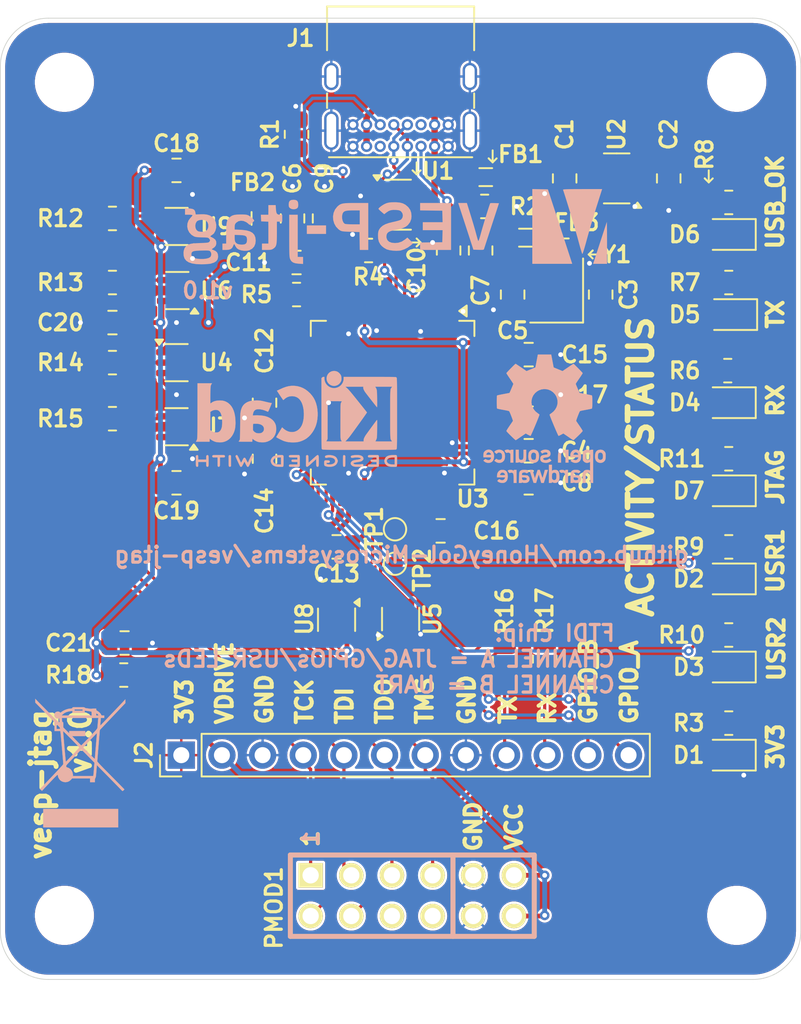
<source format=kicad_pcb>
(kicad_pcb (version 20240108) (generator "pcbnew") (generator_version "8.0")
  (layers (0 "F.Cu" signal) (31 "B.Cu" signal) (34 "B.Paste" user) (35 "F.Paste" user) (36 "B.SilkS" user "B.Silkscreen") (37 "F.SilkS" user "F.Silkscreen") (38 "B.Mask" user) (39 "F.Mask" user) (44 "Edge.Cuts" user))
  (net 0 "")
  (net 1 "+1V8")
  (net 2 "/RX_LED_K")
  (net 3 "/TX_LED_K")
  (net 4 "/USB_LED_K")
  (net 5 "/USB_DP")
  (net 6 "VBUS")
  (net 7 "/USB_CC2")
  (net 8 "/USB_DM")
  (net 9 "Net-(D2-K)")
  (net 10 "/USB_CC1")
  (net 11 "/USB_LED_N")
  (net 12 "/TX_LED_N")
  (net 13 "/RX_LED_N")
  (net 14 "/CTS_N")
  (net 15 "/RTS_N")
  (net 16 "/RXD")
  (net 17 "/TXD")
  (net 18 "/TMS")
  (net 19 "/TDO")
  (net 20 "/TDI")
  (net 21 "/TCK")
  (net 22 "/RESET_N")
  (net 23 "/VPLL")
  (net 24 "/VPHY")
  (net 25 "/OSCO")
  (net 26 "/OSCI")
  (net 27 "+3V3")
  (net 28 "GND")
  (net 29 "Vdrive")
  (net 30 "+5V")
  (net 31 "/TDI_TRGT")
  (net 32 "/TDO_TRGT")
  (net 33 "/TCK_TRGT")
  (net 34 "/TMS_TRGT")
  (net 37 "/USR_LED_1")
  (net 38 "/USR_LED_2")
  (net 39 "/REF")
  (net 40 "/PWR_LED_A")
  (net 41 "/TCK_R")
  (net 42 "/TMS_R")
  (net 43 "/TDO_R")
  (net 44 "/TDI_R")
  (net 45 "/TXD_R")
  (net 46 "/RXD_R")
  (net 47 "/RXD_TRGT")
  (net 48 "/TXD_TRGT")
  (net 49 "/VDRIVE_TRGT")
  (net 50 "/ACT_LED_K")
  (net 51 "/GPIO_B")
  (net 52 "/GPIO_A")
  (net 53 "/ACT_LED_N")
  (net 54 "Net-(D3-K)")
  (footprint "MountingHole:MountingHole_3.2mm_M3" (layer "F.Cu") (at 104 54)
    (property "Reference" "H1" (hide yes))
    (property "Value" "MountingHole" (hide yes))
  )
  (footprint "MountingHole:MountingHole_3.2mm_M3" (layer "F.Cu") (at 146 54)
    (property "Reference" "H3" (hide yes))
    (property "Value" "MountingHole" (hide yes))
  )
  (footprint "Capacitor_SMD:C_0805_2012Metric" (layer "F.Cu") (at 141.75 60 -90)
    (property "Reference" "C2")
    (property "Value" "4u7")
  )
  (footprint "Capacitor_SMD:C_0805_2012Metric" (layer "F.Cu") (at 130 64.5 90)
    (property "Reference" "C7")
    (property "Value" "4u7")
  )
  (footprint "Capacitor_SMD:C_0805_2012Metric" (layer "F.Cu") (at 116.5 77.5 -90)
    (property "Reference" "C14")
    (property "Value" "100nF")
  )
  (footprint "Capacitor_SMD:C_0805_2012Metric" (layer "F.Cu") (at 133 71)
    (property "Reference" "C15")
    (property "Value" "100nF")
  )
  (footprint "Capacitor_SMD:C_0805_2012Metric" (layer "F.Cu") (at 127.5 82)
    (property "Reference" "C16")
    (property "Value" "100nF")
  )
  (footprint "Inductor_SMD:L_0805_2012Metric" (layer "F.Cu") (at 132.8 63.7)
    (property "Reference" "FB3")
    (property "Value" "Ferrite_Bead")
  )
  (footprint "MountingHole:MountingHole_3.2mm_M3" (layer "F.Cu") (at 104 106)
    (property "Reference" "H2" (hide yes))
    (property "Value" "MountingHole" (hide yes))
  )
  (footprint "MountingHole:MountingHole_3.2mm_M3" (layer "F.Cu") (at 146 106)
    (property "Reference" "H4" (hide yes))
    (property "Value" "MountingHole" (hide yes))
  )
  (footprint "Resistor_SMD:R_0805_2012Metric" (layer "F.Cu") (at 130.25 61.75)
    (property "Reference" "R2")
    (property "Value" "5k1")
  )
  (footprint "Fiducial:Fiducial_1mm_Mask2mm" (layer "F.Cu") (at 109 54)
    (property "Reference" "FID1" (hide yes))
    (property "Value" "Fiducial" (hide yes))
  )
  (footprint "Fiducial:Fiducial_1mm_Mask2mm" (layer "F.Cu") (at 146 59)
    (property "Reference" "FID2" (hide yes))
    (property "Value" "Fiducial" (hide yes))
  )
  (footprint "Connector_USB:USB_C_Receptacle_GCT_USB4085" (layer "F.Cu") (at 127.975 58 180)
    (property "Reference" "J1")
    (property "Value" "USB_C_Receptacle_USB2.0" (hide yes))
  )
  (footprint "Resistor_SMD:R_0805_2012Metric" (layer "F.Cu") (at 145.5 61.5 180)
    (property "Reference" "R8")
    (property "Value" "1k")
  )
  (footprint "Package_TO_SOT_SMD:SOT-23-6" (layer "F.Cu") (at 124.844186 61.640324)
    (property "Reference" "U1")
    (property "Value" "SRV05-4" (hide yes))
  )
  (footprint "Capacitor_SMD:C_0805_2012Metric" (layer "F.Cu") (at 116.5 74 -90)
    (property "Reference" "C12")
    (property "Value" "100nF")
  )
  (footprint "Fiducial:Fiducial_1mm_Mask2mm" (layer "F.Cu") (at 146 101)
    (property "Reference" "FID3" (hide yes))
    (property "Value" "Fiducial" (hide yes))
  )
  (footprint "Inductor_SMD:L_0805_2012Metric" (layer "F.Cu") (at 130.319442 59.920605 180)
    (property "Reference" "FB1")
    (property "Value" "Ferrite_Bead")
  )
  (footprint "Resistor_SMD:R_0805_2012Metric" (layer "F.Cu") (at 118.5 57.25 90)
    (property "Reference" "R1")
    (property "Value" "5k1")
  )
  (footprint "Capacitor_SMD:C_0805_2012Metric" (layer "F.Cu") (at 121 83 180)
    (property "Reference" "C13")
    (property "Value" "100nF")
  )
  (footprint "TestPoint:TestPoint_Pad_D1.0mm" (layer "F.Cu") (at 124.65 81.9)
    (property "Reference" "TP1")
    (property "Value" "TestPoint" (hide yes))
  )
  (footprint "TestPoint:TestPoint_Pad_D1.0mm" (layer "F.Cu") (at 124.65 84.05)
    (property "Reference" "TP2")
    (property "Value" "TestPoint" (hide yes))
  )
  (footprint "Crystal:Crystal_SMD_3225-4Pin_3.2x2.5mm" (layer "F.Cu") (at 134.75 67 90)
    (property "Reference" "Y1")
    (property "Value" "Crystal_GND24" (hide yes))
  )
  (footprint "Capacitor_SMD:C_0805_2012Metric" (layer "F.Cu") (at 132 67.25 -90)
    (property "Reference" "C5")
    (property "Value" "27pF")
  )
  (footprint "Resistor_SMD:R_0805_2012Metric" (layer "F.Cu") (at 123 64.5 180)
    (property "Reference" "R4")
    (property "Value" "12k")
  )
  (footprint "Capacitor_SMD:C_0805_2012Metric" (layer "F.Cu") (at 128 64.5 90)
    (property "Reference" "C10")
    (property "Value" "100nF")
  )
  (footprint "Package_QFP:LQFP-64_10x10mm_P0.5mm" (layer "F.Cu") (at 124.5 74 -90)
    (property "Reference" "U3")
    (property "Value" "FT2232HL" (hide yes))
  )
  (footprint "Capacitor_SMD:C_0805_2012Metric" (layer "F.Cu") (at 137.5 67.25 90)
    (property "Reference" "C3")
    (property "Value" "27pF")
  )
  (footprint "Capacitor_SMD:C_0805_2012Metric" (layer "F.Cu") (at 118.5 65.25 180)
    (property "Reference" "C11")
    (property "Value" "100nF")
  )
  (footprint "Resistor_SMD:R_0805_2012Metric" (layer "F.Cu") (at 118.5 67.25 180)
    (property "Reference" "R5")
    (property "Value" "10k")
  )
  (footprint "Capacitor_SMD:C_0805_2012Metric" (layer "F.Cu") (at 120.25 62.5 90)
    (property "Reference" "C9")
    (property "Value" "100nF")
  )
  (footprint "Inductor_SMD:L_0805_2012Metric" (layer "F.Cu") (at 116.25 62.5 90)
    (property "Reference" "FB2")
    (property "Value" "Ferrite_Bead")
  )
  (footprint "Capacitor_SMD:C_0805_2012Metric" (layer "F.Cu") (at 118.25 62.5 90)
    (property "Reference" "C6")
    (property "Value" "4u7")
  )
  (footprint "Capacitor_SMD:C_0805_2012Metric" (layer "F.Cu") (at 133 73.5)
    (property "Reference" "C17")
    (property "Value" "100nF")
  )
  (footprint "Resistor_SMD:R_0805_2012Metric" (layer "F.Cu") (at 145.5 77.5)
    (property "Reference" "R11")
    (property "Value" "1k")
  )
  (footprint "Package_TO_SOT_SMD:SOT-23-3" (layer "F.Cu") (at 138.5 60 180)
    (property "Reference" "U2")
    (property "Value" "XC6206PxxxMR")
  )
  (footprint "Capacitor_SMD:C_0805_2012Metric" (layer "F.Cu") (at 135.25 60 -90)
    (property "Reference" "C1")
    (property "Value" "4u7")
  )
  (footprint "LED_SMD:LED_0805_2012Metric" (layer "F.Cu") (at 145.5 63.5 180)
    (property "Reference" "D6")
    (property "Value" "LED")
  )
  (footprint "Capacitor_SMD:C_0805_2012Metric" (layer "F.Cu") (at 133 79)
    (property "Reference" "C8")
    (property "Value" "4u7")
  )
  (footprint "Resistor_SMD:R_0805_2012Metric" (layer "F.Cu") (at 145.4375 72 180)
    (property "Reference" "R6")
    (property "Value" "1k")
  )
  (footprint "LED_SMD:LED_0805_2012Metric" (layer "F.Cu") (at 145.5 85 180)
    (property "Reference" "D2")
    (property "Value" "LED")
  )
  (footprint "Package_TO_SOT_SMD:SOT-353_SC-70-5" (layer "F.Cu") (at 111.05 67 180)
    (property "Reference" "U6")
    (property "Value" "74LVC1G125")
  )
  (footprint "Resistor_SMD:R_0805_2012Metric" (layer "F.Cu") (at 107 66.5)
    (property "Reference" "R13")
    (property "Value" "100R")
  )
  (footprint "Resistor_SMD:R_0805_2012Metric" (layer "F.Cu") (at 134 90 -90)
    (property "Reference" "R17")
    (property "Value" "100R")
  )
  (footprint "Resistor_SMD:R_0805_2012Metric" (layer "F.Cu") (at 145.5 94 180)
    (property "Reference" "R3")
    (property "Value" "1k")
  )
  (footprint "Capacitor_SMD:C_0805_2012Metric" (layer "F.Cu") (at 133 77)
    (property "Reference" "C4")
    (property "Value" "100nF")
  )
  (footprint "pmod-conn_6x2:pmod_pin_array_6x2" (layer "F.Cu") (at 125.73 104.77 90)
    (property "Reference" "PMOD1")
    (property "Value" "PMOD-Device-x2-Type-1A-GPIO" (hide yes))
  )
  (footprint "Resistor_SMD:R_0805_2012Metric" (layer "F.Cu") (at 107 75)
    (property "Reference" "R15")
    (property "Value" "100R")
  )
  (footprint "LED_SMD:LED_0805_2012Metric" (layer "F.Cu") (at 145.5875 68.5 180)
    (property "Reference" "D5")
    (property "Value" "LED")
  )
  (footprint "Resistor_SMD:R_0805_2012Metric" (layer "F.Cu") (at 145.5 66.5 180)
    (property "Reference" "R7")
    (property "Value" "1k")
  )
  (footprint "Resistor_SMD:R_0805_2012Metric" (layer "F.Cu") (at 107.70625 91 180)
    (property "Reference" "R18")
    (property "Value" "100R")
  )
  (footprint "Capacitor_SMD:C_0805_2012Metric" (layer "F.Cu") (at 111 79)
    (property "Reference" "C19")
    (property "Value" "100nF")
  )
  (footprint "Resistor_SMD:R_0805_2012Metric" (layer "F.Cu") (at 145.5 88.5)
    (property "Reference" "R10")
    (property "Value" "1k")
  )
  (footprint "Package_TO_SOT_SMD:SOT-353_SC-70-5" (layer "F.Cu") (at 111 71.5)
    (property "Reference" "U4")
    (property "Value" "74LVC1G125")
  )
  (footprint "Capacitor_SMD:C_0805_2012Metric" (layer "F.Cu") (at 107 69 180)
    (property "Reference" "C20")
    (property "Value" "100nF")
  )
  (footprint "Capacitor_SMD:C_0805_2012Metric" (layer "F.Cu") (at 111 59.5)
    (property "Reference" "C18")
    (property "Value" "100nF")
  )
  (footprint "Resistor_SMD:R_0805_2012Metric" (layer "F.Cu") (at 145.5 83)
    (property "Reference" "R9")
    (property "Value" "1k")
  )
  (footprint "LED_SMD:LED_0805_2012Metric" (layer "F.Cu") (at 145.5 74 180)
    (property "Reference" "D4")
    (property "Value" "LED")
  )
  (footprint "Resistor_SMD:R_0805_2012Metric" (layer "F.Cu") (at 107 71.5)
    (property "Reference" "R14")
    (property "Value" "100R")
  )
  (footprint "Package_TO_SOT_SMD:SOT-353_SC-70-5" (layer "F.Cu") (at 111 63 180)
    (property "Reference" "U9")
    (property "Value" "74LVC1G125")
  )
  (footprint "LED_SMD:LED_0805_2012Metric" (layer "F.Cu") (at 145.5 96 180)
    (property "Reference" "D1")
    (property "Value" "LED")
  )
  (footprint "Package_TO_SOT_SMD:SOT-353_SC-70-5" (layer "F.Cu") (at 121 87.55 -90)
    (property "Reference" "U8")
    (property "Value" "74LVC1G125")
  )
  (footprint "Connector_PinHeader_2.54mm:PinHeader_1x12_P2.54mm_Vertical" (layer "F.Cu") (at 111.3 96 90)
    (property "Reference" "J2")
    (property "Value" "Conn_01x12")
  )
  (footprint "LED_SMD:LED_0805_2012Metric" (layer "F.Cu") (at 145.5 90.5 180)
    (property "Reference" "D3")
    (property "Value" "LED")
  )
  (footprint "Resistor_SMD:R_0805_2012Metric" (layer "F.Cu") (at 131.5 90.0875 90)
    (property "Reference" "R16")
    (property "Value" "100R")
  )
  (footprint "Package_TO_SOT_SMD:SOT-353_SC-70-5" (layer "F.Cu") (at 125 87.5 90)
    (property "Reference" "U5")
    (property "Value" "74LVC1G125")
  )
  (footprint "Package_TO_SOT_SMD:SOT-353_SC-70-5" (layer "F.Cu") (at 111 75.5 180)
    (property "Reference" "U7")
    (property "Value" "74LVC1G125")
  )
  (footprint "Resistor_SMD:R_0805_2012Metric" (layer "F.Cu") (at 107 62.5)
    (property "Reference" "R12")
    (property "Value" "100R")
  )
  (footprint "Capacitor_SMD:C_0805_2012Metric" (layer "F.Cu") (at 107.75625 89)
    (property "Reference" "C21")
    (property "Value" "4u7")
  )
  (footprint "LED_SMD:LED_0805_2012Metric" (layer "F.Cu") (at 145.5 79.5 180)
    (property "Reference" "D7")
    (property "Value" "LED")
  )
  (footprint "Symbol:OSHW-Logo_7.5x8mm_SilkScreen" (layer "B.Cu") (at 134 75 180)
    (property "Reference" "LOGO1" (hide yes))
    (property "Value" "Open Source Hardware" (hide yes))
  )
  (footprint "Symbol:WEEE-Logo_5.6x8mm_SilkScreen" (layer "B.Cu") (at 105 96.5 180)
    (property "Reference" "REF**" (hide yes))
    (property "Value" "WEEE-Logo_5.6x8mm_SilkScreen" (hide yes))
  )
  (footprint "Symbol:KiCad-Logo2_5mm_SilkScreen" (layer "B.Cu") (at 118.5 75 180)
    (property "Reference" "REF**" (hide yes))
    (property "Value" "KiCad-Logo2_5mm_SilkScreen" (hide yes))
  )
  (footprint "graphics:vesp-jtag" (layer "B.Cu") (at 124.75 63 180)
    (property "Reference" "G***" (hide yes))
    (property "Value" "LOGO" (hide yes))
  )
  (gr_line (start 135.5 63.75) (end 134.75 63.75) (stroke (width 0.12)) (layer "F.SilkS"))
  (gr_line (start 126.25 64) (end 126 64.25) (stroke (width 0.12)) (layer "F.SilkS"))
  (gr_line (start 144.25 59.5) (end 144.25 60.25) (stroke (width 0.12)) (layer "F.SilkS"))
  (gr_line (start 130.75 58.25) (end 130.75 59) (stroke (width 0.12)) (layer "F.SilkS"))
  (gr_line (start 144 60) (end 144.125 60.125) (stroke (width 0.12)) (layer "F.SilkS"))
  (gr_line (start 130.75 59) (end 131 58.75) (stroke (width 0.12)) (layer "F.SilkS"))
  (gr_line (start 134.75 63.75) (end 135 64) (stroke (width 0.12)) (layer "F.SilkS"))
  (gr_line (start 136.75 64.75) (end 137 65) (stroke (width 0.12)) (layer "F.SilkS"))
  (gr_line (start 126 64.25) (end 126.125 64.125) (stroke (width 0.12)) (layer "F.SilkS"))
  (gr_line (start 130.5 58.75) (end 130.625 58.875) (stroke (width 0.12)) (layer "F.SilkS"))
  (gr_line (start 134.75 63.75) (end 135 63.5) (stroke (width 0.12)) (layer "F.SilkS"))
  (gr_line (start 144.25 60.25) (end 144.5 60) (stroke (width 0.12)) (layer "F.SilkS"))
  (gr_line (start 135 63.5) (end 134.875 63.625) (stroke (width 0.12)) (layer "F.SilkS"))
  (gr_line (start 137 64.5) (end 136.875 64.625) (stroke (width 0.12)) (layer "F.SilkS"))
  (gr_line (start 144.25 60.25) (end 144 60) (stroke (width 0.12)) (layer "F.SilkS"))
  (gr_line (start 136.75 64.75) (end 137 64.5) (stroke (width 0.12)) (layer "F.SilkS"))
  (gr_line (start 130.75 59) (end 130.5 58.75) (stroke (width 0.12)) (layer "F.SilkS"))
  (gr_line (start 126 59.75) (end 126.25 59.5) (stroke (width 0.12)) (layer "F.SilkS"))
  (gr_line (start 137.5 64.75) (end 136.75 64.75) (stroke (width 0.12)) (layer "F.SilkS"))
  (gr_line (start 126 59.75) (end 125.75 59.5) (stroke (width 0.12)) (layer "F.SilkS"))
  (gr_line (start 125.75 59.5) (end 125.875 59.625) (stroke (width 0.12)) (layer "F.SilkS"))
  (gr_line (start 125.5 64) (end 126.25 64) (stroke (width 0.12)) (layer "F.SilkS"))
  (gr_line (start 126.25 64) (end 126 63.75) (stroke (width 0.12)) (layer "F.SilkS"))
  (gr_line (start 126 59) (end 126 59.75) (stroke (width 0.12)) (layer "F.SilkS"))
  (gr_line (start 150 53) (end 150 107) (stroke (width 0.05)) (layer "Edge.Cuts"))
  (gr_line (start 100 107) (end 100 53) (stroke (width 0.05)) (layer "Edge.Cuts"))
  (gr_arc (start 147 50) (mid 149.12132 50.87868) (end 150 53) (stroke (width 0.05)) (layer "Edge.Cuts"))
  (gr_arc (start 103 110) (mid 100.87868 109.12132) (end 100 107) (stroke (width 0.05)) (layer "Edge.Cuts"))
  (gr_line (start 103 110) (end 147 110) (stroke (width 0.05)) (layer "Edge.Cuts"))
  (gr_line (start 103 50) (end 147 50) (stroke (width 0.05)) (layer "Edge.Cuts"))
  (gr_arc (start 100 53) (mid 100.87868 50.87868) (end 103 50) (stroke (width 0.05)) (layer "Edge.Cuts"))
  (gr_arc (start 150 107) (mid 149.12132 109.12132) (end 147 110) (stroke (width 0.05)) (layer "Edge.Cuts"))
  (gr_text "FTDI chip:\nCHANNEL A = JTAG/GPIOs/USR LEDs\nCHANNEL B = UART" (at 138.5 90 0) (layer "B.SilkS") (effects (font (size 1 1) (thickness 0.2)) (justify left mirror)))
  (gr_text "github.com/HoneyGol-Microsystems/vesp-jtag" (at 107 83.5 0) (layer "B.SilkS") (effects (font (size 1 1) (thickness 0.2)) (justify right mirror)))
  (gr_text "v1.0" (at 111.25 67 0) (layer "B.SilkS") (effects (font (size 1 1) (thickness 0.2)) (justify right mirror)))
  (gr_text "TMS" (at 126.5 94.2 90) (layer "F.SilkS") (effects (font (size 1 1) (thickness 0.3)) (justify left)))
  (gr_text "USB_OK" (at 148.396999 61.468187 90) (layer "F.SilkS") (effects (font (size 1 1) (thickness 0.3))))
  (gr_text "TX" (at 131.709195 94.194002 90) (layer "F.SilkS") (effects (font (size 1 1) (thickness 0.3)) (justify left)))
  (gr_text "GND" (at 129.136033 94.235729 90) (layer "F.SilkS") (effects (font (size 1 1) (thickness 0.3)) (justify left)))
  (gr_text "GND" (at 116.5 94.2 90) (layer "F.SilkS") (effects (font (size 1 1) (thickness 0.3)) (justify left)))
  (gr_text "TDI" (at 121.5 94.2 90) (layer "F.SilkS") (effects (font (size 1 1) (thickness 0.3)) (justify left)))
  (gr_text "TCK" (at 119 94.2 90) (layer "F.SilkS") (effects (font (size 1 1) (thickness 0.3)) (justify left)))
  (gr_text "TDO" (at 124 94.2 90) (layer "F.SilkS") (effects (font (size 1 1) (thickness 0.3)) (justify left)))
  (gr_text "GPIO_A" (at 139.289592 94.180093 90) (layer "F.SilkS") (effects (font (size 1 1) (thickness 0.3)) (justify left)))
  (gr_text "GPIO_B" (at 136.730339 94.194002 90) (layer "F.SilkS") (effects (font (size 1 1) (thickness 0.3)) (justify left)))
  (gr_text "RX" (at 134.171086 94.22182 90) (layer "F.SilkS") (effects (font (size 1 1) (thickness 0.3)) (justify left)))
  (gr_text "VDRIVE" (at 114 94.2 90) (layer "F.SilkS") (effects (font (size 1 1) (thickness 0.3)) (justify left)))
  (gr_text "3V3" (at 111.5 94.2 90) (layer "F.SilkS") (effects (font (size 1 1) (thickness 0.3)) (justify left)))
  (gr_text "ACTIVITY/STATUS" (at 140 78 90) (layer "F.SilkS") (effects (font (size 1.5 1.5) (thickness 0.35))))
  (gr_text "v1.0" (at 105 93 90) (layer "F.SilkS") (effects (font (size 1.25 1.25) (thickness 0.3)) (justify right)))
  (gr_text "JTAG" (at 149 80.5 90) (layer "F.SilkS") (effects (font (size 1 1) (thickness 0.3) (bold yes)) (justify left bottom)))
  (gr_text "3V3" (at 149 97 90) (layer "F.SilkS") (effects (font (size 1 1) (thickness 0.3) (bold yes)) (justify left bottom)))
  (gr_text "USR1" (at 149 86 90) (layer "F.SilkS") (effects (font (size 1 1) (thickness 0.3) (bold yes)) (justify left bottom)))
  (gr_text "RX" (at 149 75 90) (layer "F.SilkS") (effects (font (size 1 1) (thickness 0.3) (bold yes)) (justify left bottom)))
  (gr_text "TX" (at 149 69.5 90) (layer "F.SilkS") (effects (font (size 1 1) (thickness 0.3) (bold yes)) (justify left bottom)))
  (gr_text "USR2" (at 149.0625 91.5 90) (layer "F.SilkS") (effects (font (size 1 1) (thickness 0.3) (bold yes)) (justify left bottom)))
  (gr_text "vesp-jtag" (at 102.5 93 90) (layer "F.SilkS") (effects (font (size 1.25 1.25) (thickness 0.3)) (justify right)))
  (segment (start 128.992478 77.75) (end 128.933739 77.691261) (width 0.3) (layer "F.Cu") (net 1))
  (segment (start 122.75 67.51759) (end 122.75 68.325) (width 0.3) (layer "F.Cu") (net 1))
  (segment (start 130.175 77.75) (end 128.992478 77.75) (width 0.3) (layer "F.Cu") (net 1))
  (segment (start 130.8 77.75) (end 132.05 79) (width 0.3) (layer "F.Cu") (net 1))
  (segment (start 131.3 70.25) (end 132.05 71) (width 0.3) (layer "F.Cu") (net 1))
  (segment (start 130.175 70.25) (end 128.9 70.25) (width 0.3) (layer "F.Cu") (net 1))
  (segment (start 122.75 82.2) (end 121.95 83) (width 0.3) (layer "F.Cu") (net 1))
  (segment (start 122.75 79.675) (end 122.75 78.4) (width 0.3) (layer "F.Cu") (net 1))
  (segment (start 119.45 65.25) (end 120.48241 65.25) (width 0.3) (layer "F.Cu") (net 1))
  (segment (start 122.75 68.325) (end 122.75 69.55) (width 0.2) (layer "F.Cu") (net 1))
  (segment (start 130.175 70.25) (end 131.3 70.25) (width 0.3) (layer "F.Cu") (net 1))
  (segment (start 122.75 79.675) (end 122.75 82.2) (width 0.3) (layer "F.Cu") (net 1))
  (segment (start 130.175 77.75) (end 130.8 77.75) (width 0.3) (layer "F.Cu") (net 1))
  (segment (start 120.48241 65.25) (end 122.75 67.51759) (width 0.3) (layer "F.Cu") (net 1))
  (via (at 122.75 78.4) (size 0.6) (drill 0.3) (layers "F.Cu" "B.Cu") (net 1))
  (via (at 128.933739 77.691261) (size 0.6) (drill 0.3) (layers "F.Cu" "B.Cu") (net 1))
  (via (at 128.9 70.25) (size 0.6) (drill 0.3) (layers "F.Cu" "B.Cu") (net 1))
  (via (at 122.75 69.55) (size 0.6) (drill 0.3) (layers "F.Cu" "B.Cu") (net 1))
  (segment (start 122.75 69.95) (end 122.75 69.55) (width 0.3) (layer "B.Cu") (net 1))
  (segment (start 123.458739 77.691261) (end 128.933739 77.691261) (width 0.3) (layer "B.Cu") (net 1))
  (segment (start 123.05 70.25) (end 122.75 69.95) (width 0.3) (layer "B.Cu") (net 1))
  (segment (start 128.9 70.25) (end 128.9 77.657522) (width 0.3) (layer "B.Cu") (net 1))
  (segment (start 122.75 78.4) (end 123.458739 77.691261) (width 0.3) (layer "B.Cu") (net 1))
  (segment (start 123.05 70.25) (end 128.9 70.25) (width 0.3) (layer "B.Cu") (net 1))
  (segment (start 146.35 73.9125) (end 146.4375 74) (width 0.2) (layer "F.Cu") (net 2))
  (segment (start 146.35 72) (end 146.35 73.9125) (width 0.2) (layer "F.Cu") (net 2))
  (segment (start 146.525 68.5) (end 146.525 66.6125) (width 0.2) (layer "F.Cu") (net 3))
  (segment (start 146.525 66.6125) (end 146.4125 66.5) (width 0.2) (layer "F.Cu") (net 3))
  (segment (start 146.4375 61.525) (end 146.4125 61.5) (width 0.2) (layer "F.Cu") (net 4))
  (segment (start 146.4375 63.5) (end 146.4375 61.525) (width 0.2) (layer "F.Cu") (net 4))
  (segment (start 124.307557 60.690324) (end 124.719186 61.101953) (width 0.2) (layer "F.Cu") (net 5))
  (segment (start 124.719186 68.294186) (end 124.75 68.325) (width 0.2) (layer "F.Cu") (net 5))
  (segment (start 123.706686 60.690324) (end 123.706686 60.215373) (width 0.2) (layer "F.Cu") (net 5))
  (segment (start 124.719186 61.101953) (end 124.719186 68.294186) (width 0.2) (layer "F.Cu") (net 5))
  (segment (start 123.706686 60.690324) (end 124.307557 60.690324) (width 0.2) (layer "F.Cu") (net 5))
  (segment (start 125.425 57.5) (end 124.575 56.65) (width 0.2) (layer "F.Cu") (net 5))
  (segment (start 124.175 59.747059) (end 124.182101 59.739958) (width 0.15) (layer "F.Cu") (net 5))
  (segment (start 125.425 58) (end 125.425 57.5) (width 0.2) (layer "F.Cu") (net 5))
  (segment (start 124.575 56.65) (end 124.575 56.762002) (width 0.15) (layer "F.Cu") (net 5))
  (segment (start 123.706686 60.215373) (end 124.182101 59.739958) (width 0.2) (layer "F.Cu") (net 5))
  (via (at 124.182101 59.739958) (size 0.6) (drill 0.3) (layers "F.Cu" "B.Cu") (net 5))
  (segment (start 125.425 58.802818) (end 124.48786 59.739958) (width 0.2) (layer "B.Cu") (net 5))
  (segment (start 125.425 58) (end 125.425 58.802818) (width 0.2) (layer "B.Cu") (net 5))
  (segment (start 124.48786 59.739958) (end 124.182101 59.739958) (width 0.2) (layer "B.Cu") (net 5))
  (segment (start 127.125 59.75) (end 127.125 59.125) (width 0.4) (layer "F.Cu") (net 6))
  (segment (start 127.125 61.205) (end 127.125 60.075) (width 0.4) (layer "F.Cu") (net 6))
  (segment (start 127.125 60) (end 127.125 59.75) (width 0.4) (layer "F.Cu") (net 6))
  (segment (start 127.125 56.155026) (end 127.125 56.65) (width 0.4) (layer "F.Cu") (net 6))
  (segment (start 122.875 56.65) (end 122.875 56.155026) (width 0.4) (layer "F.Cu") (net 6))
  (segment (start 126.669974 55.7) (end 127.125 56.155026) (width 0.4) (layer "F.Cu") (net 6))
  (segment (start 127.125 60.075) (end 127.125 60) (width 0.4) (layer "F.Cu") (net 6))
  (segment (start 122.875 58) (end 122.875 56.65) (width 0.4) (layer "F.Cu") (net 6))
  (segment (start 122.875 56.155026) (end 123.330026 55.7) (width 0.4) (layer "F.Cu") (net 6))
  (segment (start 129.256942 59.920605) (end 127.295605 59.920605) (width 0.4) (layer "F.Cu") (net 6))
  (segment (start 127.295605 59.920605) (end 127.125 59.75) (width 0.4) (layer "F.Cu") (net 6))
  (segment (start 127.125 59.125) (end 127.125 58) (width 0.4) (layer "F.Cu") (net 6))
  (segment (start 123.330026 55.7) (end 126.669974 55.7) (width 0.4) (layer "F.Cu") (net 6))
  (segment (start 125.981686 61.640324) (end 126.689676 61.640324) (width 0.4) (layer "F.Cu") (net 6))
  (segment (start 127.125 60.075) (end 127.2 60) (width 0.2) (layer "F.Cu") (net 6))
  (segment (start 126.689676 61.640324) (end 127.125 61.205) (width 0.4) (layer "F.Cu") (net 6))
  (segment (start 127.125 58) (end 127.125 56.65) (width 0.4) (layer "F.Cu") (net 6))
  (segment (start 118.5 58.75) (end 119.3 59.55) (width 0.2) (layer "F.Cu") (net 7))
  (segment (start 123.9 62.55) (end 123.17 62.55) (width 0.2) (layer "F.Cu") (net 7))
  (segment (start 118.5 58.1625) (end 118.5 58.75) (width 0.2) (layer "F.Cu") (net 7))
  (segment (start 121.4 60.946137) (end 121.4 59.55) (width 0.2) (layer "F.Cu") (net 7))
  (segment (start 119.3 59.55) (end 121.4 59.55) (width 0.2) (layer "F.Cu") (net 7))
  (segment (start 123.706686 62.590324) (end 123.044187 62.590324) (width 0.2) (layer "F.Cu") (net 7))
  (segment (start 123.044187 62.590324) (end 121.4 60.946137) (width 0.2) (layer "F.Cu") (net 7))
  (via (at 121.4 59.55) (size 0.6) (drill 0.3) (layers "F.Cu" "B.Cu") (net 7))
  (segment (start 119.55 59.55) (end 121.4 59.55) (width 0.2) (layer "B.Cu") (net 7))
  (segment (start 119.5 55) (end 119 55.5) (width 0.2) (layer "B.Cu") (net 7))
  (segment (start 119 59) (end 119.55 59.55) (width 0.2) (layer "B.Cu") (net 7))
  (segment (start 122.075 55) (end 119.5 55) (width 0.2) (layer "B.Cu") (net 7))
  (segment (start 123.725 56.65) (end 122.075 55) (width 0.2) (layer "B.Cu") (net 7))
  (segment (start 119 55.5) (end 119 59) (width 0.2) (layer "B.Cu") (net 7))
  (segment (start 125.981686 60.690324) (end 125.699344 60.690324) (width 0.2) (layer "F.Cu") (net 8))
  (segment (start 125.699344 60.690324) (end 125.069186 61.320482) (width 0.2) (layer "F.Cu") (net 8))
  (segment (start 124.575 59.283638) (end 124.575 58.875) (width 0.2) (layer "F.Cu") (net 8))
  (segment (start 125.069186 61.320482) (end 125.069186 62.910166) (width 0.2) (layer "F.Cu") (net 8))
  (segment (start 125.25 63.09098) (end 125.25 68.325) (width 0.2) (layer "F.Cu") (net 8))
  (segment (start 125.981686 60.690324) (end 124.575 59.283638) (width 0.2) (layer "F.Cu") (net 8))
  (segment (start 125.069186 62.910166) (end 125.25 63.09098) (width 0.2) (layer "F.Cu") (net 8))
  (via (at 124.575 58.875) (size 0.6) (drill 0.3) (layers "F.Cu" "B.Cu") (net 8))
  (segment (start 124.575 58.875) (end 124.575 58) (width 0.2) (layer "B.Cu") (net 8))
  (segment (start 124.575 57.5) (end 125.425 56.65) (width 0.2) (layer "B.Cu") (net 8))
  (segment (start 124.575 58) (end 124.575 57.5) (width 0.2) (layer "B.Cu") (net 8))
  (segment (start 146.4125 84.975) (end 146.4375 85) (width 0.2) (layer "F.Cu") (net 9))
  (segment (start 146.4125 83) (end 146.4125 84.975) (width 0.2) (layer "F.Cu") (net 9))
  (segment (start 125.981686 62.590324) (end 126.709676 62.590324) (width 0.2) (layer "F.Cu") (net 10))
  (segment (start 126.709676 62.590324) (end 127.9 61.4) (width 0.2) (layer "F.Cu") (net 10))
  (segment (start 128.25 61.75) (end 127.9 61.4) (width 0.2) (layer "F.Cu") (net 10))
  (segment (start 129.3375 61.75) (end 128.25 61.75) (width 0.2) (layer "F.Cu") (net 10))
  (segment (start 127.9 61.4) (end 128.1 61.4) (width 0.15) (layer "F.Cu") (net 10))
  (via (at 127.9 61.4) (size 0.6) (drill 0.3) (layers "F.Cu" "B.Cu") (net 10))
  (segment (start 126.275 58) (end 126.275 59.775) (width 0.2) (layer "B.Cu") (net 10))
  (segment (start 126.275 59.775) (end 127.9 61.4) (width 0.2) (layer "B.Cu") (net 10))
  (segment (start 144.5875 61.5) (end 143.483761 62.603739) (width 0.2) (layer "F.Cu") (net 11))
  (segment (start 143.483761 66.516239) (end 137.75 72.25) (width 0.2) (layer "F.Cu") (net 11))
  (segment (start 137.75 72.25) (end 130.175 72.25) (width 0.2) (layer "F.Cu") (net 11))
  (segment (start 143.483761 62.603739) (end 143.483761 66.516239) (width 0.2) (layer "F.Cu") (net 11))
  (segment (start 136.3375 74.75) (end 144.5875 66.5) (width 0.2) (layer "F.Cu") (net 12))
  (segment (start 130.175 74.75) (end 136.3375 74.75) (width 0.2) (layer "F.Cu") (net 12))
  (segment (start 141.275 75.25) (end 144.525 72) (width 0.2) (layer "F.Cu") (net 13))
  (segment (start 130.175 75.25) (end 141.275 75.25) (width 0.2) (layer "F.Cu") (net 13))
  (segment (start 125.4 83.3) (end 124.65 84.05) (width 0.2) (layer "F.Cu") (net 14))
  (segment (start 124.75 79.675) (end 124.75 80.939339) (width 0.2) (layer "F.Cu") (net 14))
  (segment (start 125.4 81.589339) (end 125.4 83.3) (width 0.2) (layer "F.Cu") (net 14))
  (segment (start 124.75 80.939339) (end 125.4 81.589339) (width 0.2) (layer "F.Cu") (net 14))
  (segment (start 124.25 81.5) (end 124.65 81.9) (width 0.2) (layer "F.Cu") (net 15))
  (segment (start 124.25 79.675) (end 124.25 81.5) (width 0.2) (layer "F.Cu") (net 15))
  (segment (start 123.75 84.65) (end 125.65 86.55) (width 0.2) (layer "F.Cu") (net 16))
  (segment (start 123.75 79.675) (end 123.75 84.65) (width 0.2) (layer "F.Cu") (net 16))
  (segment (start 123.25 83.925) (end 121 86.175) (width 0.2) (layer "F.Cu") (net 17))
  (segment (start 123.25 79.675) (end 123.25 83.925) (width 0.2) (layer "F.Cu") (net 17))
  (segment (start 121 86.175) (end 121 86.55) (width 0.2) (layer "F.Cu") (net 17))
  (segment (start 116.25 71.25) (end 118.825 71.25) (width 0.2) (layer "F.Cu") (net 18))
  (segment (start 114 73.774999) (end 114 73.5) (width 0.2) (layer "F.Cu") (net 18))
  (segment (start 112.274999 75.5) (end 114 73.774999) (width 0.2) (layer "F.Cu") (net 18))
  (segment (start 114 73.5) (end 116.25 71.25) (width 0.2) (layer "F.Cu") (net 18))
  (segment (start 111.95 75.5) (end 112.274999 75.5) (width 0.2) (layer "F.Cu") (net 18))
  (segment (start 113.35 70.75) (end 118.825 70.75) (width 0.2) (layer "F.Cu") (net 19))
  (segment (start 111.95 72.15) (end 113.35 70.75) (width 0.2) (layer "F.Cu") (net 19))
  (segment (start 115.75 70.25) (end 118.825 70.25) (width 0.2) (layer "F.Cu") (net 20))
  (segment (start 112 67) (end 112.5 67) (width 0.2) (layer "F.Cu") (net 20))
  (segment (start 112.5 67) (end 115.75 70.25) (width 0.2) (layer "F.Cu") (net 20))
  (segment (start 112.55 63.427254) (end 112.122746 63) (width 0.2) (layer "F.Cu") (net 21))
  (segment (start 112.08739 63) (end 111.95 63) (width 0.15) (layer "F.Cu") (net 21))
  (segment (start 115.325 68.325) (end 112.55 65.55) (width 0.2) (layer "F.Cu") (net 21))
  (segment (start 112.122746 63) (end 111.95 63) (width 0.2) (layer "F.Cu") (net 21))
  (segment (start 112.55 65.55) (end 112.55 63.427254) (width 0.2) (layer "F.Cu") (net 21))
  (segment (start 120.75 68.325) (end 115.325 68.325) (width 0.2) (layer "F.Cu") (net 21))
  (segment (start 121.449999 67.25) (end 121.75 67.550001) (width 0.2) (layer "F.Cu") (net 22))
  (segment (start 121.75 67.550001) (end 121.75 68.325) (width 0.2) (layer "F.Cu") (net 22))
  (segment (start 119.4125 67.25) (end 121.449999 67.25) (width 0.2) (layer "F.Cu") (net 22))
  (segment (start 120.25 64.159744) (end 123.340256 67.25) (width 0.3) (layer "F.Cu") (net 23))
  (segment (start 118.25 63.45) (end 116.3625 63.45) (width 0.3) (layer "F.Cu") (net 23))
  (segment (start 123.340256 67.25) (end 123.98241 67.25) (width 0.3) (layer "F.Cu") (net 23))
  (segment (start 116.3625 63.45) (end 116.25 63.5625) (width 0.3) (layer "F.Cu") (net 23))
  (segment (start 120.25 63.45) (end 120.25 64.159744) (width 0.3) (layer "F.Cu") (net 23))
  (segment (start 120.25 63.45) (end 118.25 63.45) (width 0.3) (layer "F.Cu") (net 23))
  (segment (start 124.25 67.51759) (end 124.25 68.325) (width 0.3) (layer "F.Cu") (net 23))
  (segment (start 123.98241 67.25) (end 124.25 67.51759) (width 0.3) (layer "F.Cu") (net 23))
  (segment (start 127.75 65.45) (end 129.75 65.45) (width 0.3) (layer "F.Cu") (net 24))
  (segment (start 130.65 64.35) (end 130 65) (width 0.3) (layer "F.Cu") (net 24))
  (segment (start 126.75 68.325) (end 126.75 66.45) (width 0.3) (layer "F.Cu") (net 24))
  (segment (start 131.7375 63.7) (end 131.0875 64.35) (width 0.3) (layer "F.Cu") (net 24))
  (segment (start 126.75 66.45) (end 127.75 65.45) (width 0.3) (layer "F.Cu") (net 24))
  (segment (start 131.0875 64.35) (end 130.65 64.35) (width 0.3) (layer "F.Cu") (net 24))
  (segment (start 130 65) (end 130 65.45) (width 0.3) (layer "F.Cu") (net 24))
  (segment (start 133.5 66.3) (end 133.9 65.9) (width 0.2) (layer "F.Cu") (net 25))
  (segment (start 131.5 66.8) (end 132 66.3) (width 0.2) (layer "F.Cu") (net 25))
  (segment (start 127.25 67.550001) (end 128.000001 66.8) (width 0.2) (layer "F.Cu") (net 25))
  (segment (start 128.000001 66.8) (end 131.5 66.8) (width 0.2) (layer "F.Cu") (net 25))
  (segment (start 132 66.3) (end 133.5 66.3) (width 0.2) (layer "F.Cu") (net 25))
  (segment (start 127.25 68.325) (end 127.25 67.550001) (width 0.2) (layer "F.Cu") (net 25))
  (segment (start 130.827818 69.05) (end 129.077818 67.3) (width 0.2) (layer "F.Cu") (net 26))
  (segment (start 136.65 69.05) (end 130.827818 69.05) (width 0.2) (layer "F.Cu") (net 26))
  (segment (start 137.4 68.1) (end 137.5 68.2) (width 0.2) (layer "F.Cu") (net 26))
  (segment (start 128.038302 67.3) (end 127.75 67.588302) (width 0.2) (layer "F.Cu") (net 26))
  (segment (start 129.077818 67.3) (end 128.038302 67.3) (width 0.2) (layer "F.Cu") (net 26))
  (segment (start 127.75 67.588302) (end 127.75 68.325) (width 0.2) (layer "F.Cu") (net 26))
  (segment (start 135.6 68.1) (end 137.4 68.1) (width 0.2) (layer "F.Cu") (net 26))
  (segment (start 137.5 68.2) (end 136.65 69.05) (width 0.2) (layer "F.Cu") (net 26))
  (segment (start 131.8 77.25) (end 132.05 77) (width 0.3) (layer "F.Cu") (net 27))
  (segment (start 130.175 77.25) (end 131.8 77.25) (width 0.3) (layer "F.Cu") (net 27))
  (segment (start 131.3 74.25) (end 132.05 73.5) (width 0.3) (layer "F.Cu") (net 27))
  (segment (start 130.175 74.25) (end 131.3 74.25) (width 0.3) (layer "F.Cu") (net 27))
  (via (at 113 69) (size 0.6) (drill 0.3) (layers "F.Cu" "B.Cu") (net 27))
  (via (at 114 65.5) (size 0.6) (drill 0.3) (layers "F.Cu" "B.Cu") (net 27))
  (segment (start 113 69) (end 113 66.5) (width 0.3) (layer "B.Cu") (net 27))
  (segment (start 113 66.5) (end 114 65.5) (width 0.3) (layer "B.Cu") (net 27))
  (segment (start 111.95 77.45) (end 112 77.5) (width 0.3) (layer "F.Cu") (net 28))
  (segment (start 128.225 76.5) (end 128.475 76.75) (width 0.3) (layer "F.Cu") (net 28))
  (segment (start 123.6 88.5) (end 121.65 86.55) (width 0.3) (layer "F.Cu") (net 28))
  (segment (start 139.6375 61.75) (end 139.6375 60.95) (width 0.3) (layer "F.Cu") (net 28))
  (segment (start 128.9 68.3) (end 128.275 68.3) (width 0.3) (layer "F.Cu") (net 28))
  (segment (start 122.25 69.2) (end 121.75 69.7) (width 0.15) (layer "F.Cu") (net 28))
  (segment (start 111.95 59.5) (end 111.95 60.95) (width 0.3) (layer "F.Cu") (net 28))
  (segment (start 132 68.2) (end 133.8 68.2) (width 0.3) (layer "F.Cu") (net 28))
  (segment (start 123.25 68.325) (end 123.25 69.25) (width 0.15) (layer "F.Cu") (net 28))
  (segment (start 128.275 68.3) (end 128.25 68.325) (width 0.3) (layer "F.Cu") (net 28))
  (segment (start 128.475 76.75) (end 130.175 76.75) (width 0.3) (layer "F.Cu") (net 28))
  (segment (start 120.05 83) (end 120.05 84.95) (width 0.3) (layer "F.Cu") (net 28))
  (segment (start 133.95 77) (end 135 77) (width 0.3) (layer "F.Cu") (net 28))
  (segment (start 135.6 65.9) (end 136.2 65.9) (width 0.3) (layer "F.Cu") (net 28))
  (segment (start 127.739206 79.664206) (end 127.75 79.675) (width 0.3) (layer "F.Cu") (net 28))
  (segment (start 127 64) (end 127.55 64) (width 0.3) (layer "F.Cu") (net 28))
  (segment (start 127.75 79.675) (end 127.75 81.3) (width 0.3) (layer "F.Cu") (net 28))
  (segment (start 111.95 76.15) (end 111.95 77.45) (width 0.3) (layer "F.Cu") (net 28))
  (segment (start 108.70625 89) (end 109.5 89) (width 0.3) (layer "F.Cu") (net 28))
  (segment (start 120.25 60.5) (end 120.25 61.55) (width 0.3) (layer "F.Cu") (net 28))
  (segment (start 111.95 79) (end 111.95 77.55) (width 0.3) (layer "F.Cu") (net 28))
  (segment (start 121.75 81.3) (end 121.75 79.675) (width 0.3) (layer "F.Cu") (net 28))
  (segment (start 106.05 69) (end 105 69) (width 0.3) (layer "F.Cu") (net 28))
  (segment (start 112 68) (end 111 69) (width 0.3) (layer "F.Cu") (net 28))
  (segment (start 133.8 68.2) (end 133.9 68.1) (width 0.3) (layer "F.Cu") (net 28))
  (segment (start 121.75 79.675) (end 121.75 78.4) (width 0.3) (layer "F.Cu") (net 28))
  (segment (start 111.95 60.95) (end 112 61) (width 0.3) (layer "F.Cu") (net 28))
  (segment (start 111.95 77.55) (end 112 77.5) (width 0.3) (layer "F.Cu") (net 28))
  (segment (start 131.1625 62.3875) (end 130 63.55) (width 0.3) (layer "F.Cu") (net 28))
  (segment (start 123.6 88.5) (end 124.3 88.5) (width 0.3) (layer "F.Cu") (net 28))
  (segment (start 123.25 69.25) (end 123.5 69.5) (width 0.15) (layer "F.Cu") (net 28))
  (segment (start 133.95 79) (end 135 79) (width 0.3) (layer "F.Cu") (net 28))
  (segment (start 124.3 88.5) (end 124.35 88.45) (width 0.3) (layer "F.Cu") (net 28))
  (segment (start 118.5 55.55) (end 118.5 56.3375) (width 0.3) (layer "F.Cu") (net 28))
  (segment (start 111 73.9) (end 111.95 74.85) (width 0.3) (layer "F.Cu") (net 28))
  (segment (start 122 64.4125) (end 122.0875 64.5) (width 0.3) (layer "F.Cu") (net 28))
  (segment (start 127.75 81.3) (end 128.45 82) (width 0.3) (layer "F.Cu") (net 28))
  (segment (start 128 63.55) (end 130 63.55) (width 0.3) (layer "F.Cu") (net 28))
  (segment (start 127.739206 78.389212) (end 127.739206 79.664206) (width 0.3) (layer "F.Cu") (net 28))
  (segment (start 112 66.35) (end 112 65) (width 0.3) (layer "F.Cu") (net 28))
  (segment (start 120 86.2) (end 120.35 86.55) (width 0.3) (layer "F.Cu") (net 28))
  (segment (start 120.25 74.25) (end 118.825 74.25) (width 0.3) (layer "F.Cu") (net 28))
  (segment (start 118.45 55.5) (end 118.5 55.55) (width 0.3) (layer "F.Cu") (net 28))
  (segment (start 126.25 68.325) (end 126.25 69.55) (width 0.15) (layer "F.Cu") (net 28))
  (segment (start 112 62.3) (end 111.95 62.35) (width 0.3) (layer "F.Cu") (net 28))
  (segment (start 121.25 69.2) (end 121.75 69.7) (width 0.15) (layer "F.Cu") (net 28))
  (segment (start 111 69.9) (end 110.05 70.85) (width 0.3) (layer "F.Cu") (net 28))
  (segment (start 115.25 74.95) (end 116.5 74.95) (width 0.3) (layer "F.Cu") (net 28))
  (segment (start 117.55 65.25) (end 116.5 65.25) (width 0.3) (layer "F.Cu") (net 28))
  (segment (start 115.25 78.45) (end 116.5 78.45) (width 0.3) (layer "F.Cu") (net 28))
  (segment (start 118.25 60.5) (end 118.25 61.55) (width 0.3) (layer "F.Cu") (net 28))
  (segment (start 133.95 73.5) (end 135 73.5) (width 0.3) (layer "F.Cu") (net 28))
  (segment (start 110.05 72.15) (end 110.05 72.55) (width 0.3) (layer "F.Cu") (net 28))
  (segment (start 112 61) (end 112 62.3) (width 0.3) (layer "F.Cu") (net 28))
  (segment (start 112 67.65) (end 112 68) (width 0.3) (layer "F.Cu") (net 28))
  (segment (start 122.5 61.096137) (end 123.044187 61.640324) (width 0.3) (layer "F.Cu") (net 28))
  (segment (start 122.25 68.325) (end 122.25 69.2) (width 0.15) (layer "F.Cu") (net 28))
  (segment (start 131.1625 61.75) (end 131.1625 62.3875) (width 0.3) (layer "F.Cu") (net 28))
  (segment (start 111.95 63.65) (end 111.95 64.95) (width 0.3) (layer "F.Cu") (net 28))
  (segment (start 120.5 74) (end 120.25 74.25) (width 0.3) (layer "F.Cu") (net 28))
  (segment (start 120.05 83) (end 121.75 81.3) (width 0.3) (layer "F.Cu") (net 28))
  (segment (start 141.75 60.95) (end 141.75 62) (width 0.3) (layer "F.Cu") (net 28))
  (segment (start 123.75 68.325) (end 123.75 69.25) (width 0.15) (layer "F.Cu") (net 28))
  (segment (start 120 85) (end 120 86.2) (width 0.3) (layer "F.Cu") (net 28))
  (segment (start 132.25 61.75) (end 131.1625 61.75) (width 0.3) (layer "F.Cu") (net 28))
  (segment (start 123.044187 61.640324) (end 123.706686 61.640324) (width 0.3) (layer "F.Cu") (net 28))
  (segment (start 137.5 66.3) (end 137.5 66) (width 0.3) (layer "F.Cu") (net 28))
  (segment (start 122 63.5) (end 122 64.4125) (width 0.3) (layer "F.Cu") (net 28))
  (segment (start 146.4375 97.25) (end 146.4375 96) (width 0.3) (layer "F.Cu") (net 28))
  (segment (start 135 71) (end 133.95 71) (width 0.3) (layer "F.Cu") (net 28))
  (segment (start 120.05 84.95) (end 120 85) (width 0.3) (layer "F.Cu") (net 28))
  (segment (start 126.25 88.45) (end 125.65 88.45) (width 0.3) (layer "F.Cu") (net 28))
  (segment (start 137.5 66) (end 136.8 65.3) (width 0.3) (layer "F.Cu") (net 28))
  (segment (start 130.8 68.2) (end 132 68.2) (width 0.3) (layer "F.Cu") (net 28))
  (segment (start 136.2 65.9) (end 136.8 65.3) (width 0.3) (layer "F.Cu") (net 28))
  (segment (start 111 73.5) (end 111 73.9) (width 0.3) (layer "F.Cu") (net 28))
  (segment (start 127.55 64) (end 128 63.55) (width 0.3) (layer "F.Cu") (net 28))
  (segment (start 110.05 72.55) (end 111 73.5) (width 0.3) (layer "F.Cu") (net 28))
  (segment (start 121.25 68.325) (end 121.25 69.2) (width 0.15) (layer "F.Cu") (net 28))
  (segment (start 111.95 64.95) (end 112 65) (width 0.3) (layer "F.Cu") (net 28))
  (segment (start 123.75 69.25) (end 123.5 69.5) (width 0.15) (layer "F.Cu") (net 28))
  (segment (start 111 69) (end 111 69.9) (width 0.3) (layer "F.Cu") (net 28))
  (segment (start 134 60.95) (end 135.25 60.95) (width 0.3) (layer "F.Cu") (net 28))
  (via (at 141.75 62) (size 0.6) (drill 0.3) (layers "F.Cu" "B.Cu") (net 28))
  (via (at 118.25 60.5) (size 0.6) (drill 0.3) (layers "F.Cu" "B.Cu") (net 28))
  (via (at 122 63.5) (size 0.6) (drill 0.3) (layers "F.Cu" "B.Cu") (net 28))
  (via (at 135 73.5) (size 0.6) (drill 0.3) (layers "F.Cu" "B.Cu") (net 28))
  (via (at 127 64) (size 0.6) (drill 0.3) (layers "F.Cu" "B.Cu") (net 28))
  (via (at 128.225 76.5) (size 0.6) (drill 0.3) (layers "F.Cu" "B.Cu") (net 28))
  (via (at 134 60.95) (size 0.6) (drill 0.3) (layers "F.Cu" "B.Cu") (net 28))
  (via (at 121.75 69.7) (size 0.6) (drill 0.3) (layers "F.Cu" "B.Cu") (net 28))
  (via (at 111 73.5) (size 0.6) (drill 0.3) (layers "F.Cu" "B.Cu") (net 28))
  (via (at 139.6375 61.75) (size 0.6) (drill 0.3) (layers "F.Cu" "B.Cu") (net 28))
  (via (at 115.25 78.45) (size 0.6) (drill 0.3) (layers "F.Cu" "B.Cu") (net 28))
  (via (at 146.4375 97.25) (size 0.6) (drill 0.3) (layers "F.Cu" "B.Cu") (net 28))
  (via (at 136.8 65.3) (size 0.6) (drill 0.3) (layers "F.Cu" "B.Cu") (net 28))
  (via (at 109.5 89) (size 0.6) (drill 0.3) (layers "F.Cu" "B.Cu") (net 28))
  (via (at 116.5 65.25) (size 0.6) (drill 0.3) (layers "F.Cu" "B.Cu") (net 28))
  (via (at 115.25 74.95) (size 0.6) (drill 0.3) (layers "F.Cu" "B.Cu") (net 28))
  (via (at 135 77) (size 0.6) (drill 0.3) (layers "F.Cu" "B.Cu") (net 28))
  (via (at 130.8 68.2) (size 0.6) (drill 0.3) (layers "F.Cu" "B.Cu") (net 28))
  (via (at 127.739206 78.389212) (size 0.6) (drill 0.3) (layers "F.Cu" "B.Cu") (net 28))
  (via (at 112 77.5) (size 0.6) (drill 0.3) (layers "F.Cu" "B.Cu") (net 28))
  (via (at 120.5 74) (size 0.6) (drill 0.3) (layers "F.Cu" "B.Cu") (net 28))
  (via (at 120 85) (size 0.6) (drill 0.3) (layers "F.Cu" "B.Cu") (net 28))
  (via (at 126.25 88.45) (size 0.6) (drill 0.3) (layers "F.Cu" "B.Cu") (net 28))
  (via (at 123.6 88.5) (size 0.6) (drill 0.3) (layers "F.Cu" "B.Cu") (net 28))
  (via (at 120.25 60.5) (size 0.6) (drill 0.3) (layers "F.Cu" "B.Cu") (net 28))
  (via (at 123.5 69.5) (size 0.6) (drill 0.3) (layers "F.Cu" "B.Cu") (net 28))
  (via (at 105 69) (size 0.6) (drill 0.3) (layers "F.Cu" "B.Cu") (net 28))
  (via (at 121.75 78.4) (size 0.6) (drill 0.3) (layers "F.Cu" "B.Cu") (net 28))
  (via (at 118.45 55.5) (size 0.6) (drill 0.3) (layers "F.Cu" "B.Cu") (net 28))
  (via (at 112 65) (size 0.6) (drill 0.3) (layers "F.Cu" "B.Cu") (net 28))
  (via (at 122.5 61.096137) (size 0.6) (drill 0.3) (layers "F.Cu" "B.Cu") (net 28))
  (via (at 132.25 61.75) (size 0.6) (drill 0.3) (layers "F.Cu" "B.Cu") (net 28))
  (via (at 111 69) (size 0.6) (drill 0.3) (layers "F.Cu" "B.Cu") (net 28))
  (via (at 135 79) (size 0.6) (drill 0.3) (layers "F.Cu" "B.Cu") (net 28))
  (via (at 112 61) (size 0.6) (drill 0.3) (layers "F.Cu" "B.Cu") (net 28))
  (via (at 126.25 69.55) (size 0.6) (drill 0.3) (layers "F.Cu" "B.Cu") (net 28))
  (via (at 135 71) (size 0.6) (drill 0.3) (layers "F.Cu" "B.Cu") (net 28))
  (via (at 128.9 68.3) (size 0.6) (drill 0.3) (layers "F.Cu" "B.Cu") (net 28))
  (segment (start 110 77.5) (end 110 78.95) (width 0.3) (layer "F.Cu") (net 29))
  (segment (start 110.05 64.25) (end 110.05 63.65) (width 0.3) (layer "F.Cu") (net 29))
  (segment (start 106.79375 91) (end 106 91) (width 0.3) (layer "F.Cu") (net 29))
  (segment (start 110 77.5) (end 110 76.2) (width 0.3) (layer "F.Cu") (net 29))
  (segment (start 121.651409 89.498591) (end 121.65 89.497182) (width 0.3) (layer "F.Cu") (net 29))
  (segment (start 107.95 69) (end 110 69) (width 0.3) (layer "F.Cu") (net 29))
  (segment (start 110 76.2) (end 110.05 76.15) (width 0.3) (layer "F.Cu") (net 29))
  (segment (start 110 78.95) (end 110.05 79) (width 0.3) (layer "F.Cu") (net 29))
  (segment (start 110.1 67.65) (end 110.1 68.9) (width 0.3) (layer "F.Cu") (net 29))
  (segment (start 110.1 68.9) (end 110 69) (width 0.3) (layer "F.Cu") (net 29))
  (segment (start 109 59.5) (end 110.05 59.5) (width 0.3) (layer "F.Cu") (net 29))
  (segment (start 106.80625 89) (end 106 89) (width 0.3) (layer "F.Cu") (net 29))
  (segment (start 121.65 89.497182) (end 121.65 88.45) (width 0.3) (layer "F.Cu") (net 29))
  (via (at 106 91) (size 0.6) (drill 0.3) (layers "F.Cu" "B.Cu") (net 29))
  (via (at 110 77.5) (size 0.6) (drill 0.3) (layers "F.Cu" "B.Cu") (net 29))
  (via (at 110.05 64.25) (size 0.6) (drill 0.3) (layers "F.Cu" "B.Cu") (net 29))
  (via (at 110 69) (size 0.6) (drill 0.3) (layers "F.Cu" "B.Cu") (net 29))
  (via (at 121.651409 89.498591) (size 0.6) (drill 0.3) (layers "F.Cu" "B.Cu") (net 29))
  (via (at 106 89) (size 0.6) (drill 0.3) (layers "F.Cu" "B.Cu") (net 29))
  (via (at 109 59.5) (size 0.6) (drill 0.3) (layers "F.Cu" "B.Cu") (net 29))
  (segment (start 110 69) (end 110 77.5) (width 0.3) (layer "B.Cu") (net 29))
  (segment (start 110.05 64.25) (end 108.5 62.7) (width 0.3) (layer "B.Cu") (net 29))
  (segment (start 106 88.20625) (end 109.5 84.70625) (width 0.3) (layer "B.Cu") (net 29))
  (segment (start 106 91) (end 106 89) (width 0.3) (layer "B.Cu") (net 29))
  (segment (start 106 89) (end 106.6 89.6) (width 0.3) (layer "B.Cu") (net 29))
  (segment (start 121.55 89.6) (end 121.651409 89.498591) (width 0.3) (layer "B.Cu") (net 29))
  (segment (start 106.6 89.6) (end 121.55 89.6) (width 0.3) (layer "B.Cu") (net 29))
  (segment (start 109.5 78) (end 110 77.5) (width 0.3) (layer "B.Cu") (net 29))
  (segment (start 106 89) (end 106 88.20625) (width 0.3) (layer "B.Cu") (net 29))
  (segment (start 109.5 84.70625) (end 109.5 78) (width 0.3) (layer "B.Cu") (net 29))
  (segment (start 108.5 60) (end 109 59.5) (width 0.3) (layer "B.Cu") (net 29))
  (segment (start 110.05 64.25) (end 110 64.3) (width 0.3) (layer "B.Cu") (net 29))
  (segment (start 110 64.3) (end 110 69) (width 0.3) (layer "B.Cu") (net 29))
  (segment (start 108.5 62.7) (end 108.5 60) (width 0.3) (layer "B.Cu") (net 29))
  (segment (start 131.381942 59.920605) (end 134.379395 59.920605) (width 0.4) (layer "F.Cu") (net 30))
  (segment (start 134.379395 59.920605) (end 135.25 59.05) (width 0.4) (layer "F.Cu") (net 30))
  (segment (start 136.4125 59.05) (end 137.3625 60) (width 0.4) (layer "F.Cu") (net 30))
  (segment (start 135.25 59.05) (end 136.4125 59.05) (width 0.4) (layer "F.Cu") (net 30))
  (segment (start 118.255026 94.5) (end 119.96 94.5) (width 0.2) (layer "F.Cu") (net 31))
  (segment (start 119.96 94.5) (end 121.46 96) (width 0.2) (layer "F.Cu") (net 31))
  (segment (start 106.0875 66.5) (end 103.95 68.6375) (width 0.2) (layer "F.Cu") (net 31))
  (segment (start 121.46 103.04) (end 121.92 103.5) (width 0.2) (layer "F.Cu") (net 31))
  (segment (start 103.95 80.194974) (end 118.255026 94.5) (width 0.2) (layer "F.Cu") (net 31))
  (segment (start 121.46 96) (end 121.46 103.04) (width 0.2) (layer "F.Cu") (net 31))
  (segment (start 103.95 68.6375) (end 103.95 80.194974) (width 0.2) (layer "F.Cu") (net 31))
  (segment (start 122 94) (end 118.625 94) (width 0.2) (layer "F.Cu") (net 32))
  (segment (start 124.46 96.96) (end 124.46 103.5) (width 0.2) (layer "F.Cu") (net 32))
  (segment (start 118.625 94) (end 104.5 79.875) (width 0.2) (layer "F.Cu") (net 32))
  (segment (start 104.5 73.0875) (end 106.0875 71.5) (width 0.2) (layer "F.Cu") (net 32))
  (segment (start 104.5 79.875) (end 104.5 73.0875) (width 0.2) (layer "F.Cu") (net 32))
  (segment (start 124 96) (end 122 94) (width 0.2) (layer "F.Cu") (net 32))
  (segment (start 124 96.5) (end 124.46 96.96) (width 0.2) (layer "F.Cu") (net 32))
  (segment (start 124 96) (end 124 96.5) (width 0.2) (layer "F.Cu") (net 32))
  (segment (start 124 103.04) (end 124.46 103.5) (width 0.15) (layer "F.Cu") (net 32))
  (segment (start 103.5 65.0875) (end 103.5 80.58) (width 0.2) (layer "F.Cu") (net 33))
  (segment (start 118.92 103.04) (end 119.38 103.5) (width 0.15) (layer "F.Cu") (net 33))
  (segment (start 118.92 96) (end 118.92 96.42) (width 0.2) (layer "F.Cu") (net 33))
  (segment (start 119.38 96.88) (end 119.38 103.5) (width 0.2) (layer "F.Cu") (net 33))
  (segment (start 103.5 80.58) (end 118.92 96) (width 0.2) (layer "F.Cu") (net 33))
  (segment (start 106.0875 62.5) (end 103.5 65.0875) (width 0.2) (layer "F.Cu") (net 33))
  (segment (start 118.92 96.42) (end 119.38 96.88) (width 0.2) (layer "F.Cu") (net 33))
  (segment (start 126.54 96.96) (end 127 97.42) (width 0.2) (layer "F.Cu") (net 34))
  (segment (start 106.0875 80.5875) (end 106.0875 75) (width 0.2) (layer "F.Cu") (net 34))
  (segment (start 126.54 103.04) (end 127 103.5) (width 0.15) (layer "F.Cu") (net 34))
  (segment (start 126.54 96) (end 124.04 93.5) (width 0.2) (layer "F.Cu") (net 34))
  (segment (start 127 97.42) (end 127 103.5) (width 0.2) (layer "F.Cu") (net 34))
  (segment (start 119 93.5) (end 106.0875 80.5875) (width 0.2) (layer "F.Cu") (net 34))
  (segment (start 124.04 93.5) (end 119 93.5) (width 0.2) (layer "F.Cu") (net 34))
  (segment (start 126.54 96) (end 126.54 96.96) (width 0.2) (layer "F.Cu") (net 34))
  (segment (start 118.825 78.175) (end 118.5 78.5) (width 0.2) (layer "F.Cu") (net 37))
  (segment (start 118.825 77.75) (end 118.825 78.175) (width 0.2) (layer "F.Cu") (net 37))
  (segment (start 144.5875 83) (end 144 83) (width 0.2) (layer "F.Cu") (net 37))
  (segment (start 144 83) (end 143 84) (width 0.2) (layer "F.Cu") (net 37))
  (via (at 118.5 78.5) (size 0.6) (drill 0.3) (layers "F.Cu" "B.Cu") (net 37))
  (via (at 143 84) (size 0.6) (drill 0.3) (layers "F.Cu" "B.Cu") (net 37))
  (segment (start 118.5 78.5) (end 119 78.5) (width 0.2) (layer "B.Cu") (net 37))
  (segment (start 119 78.5) (end 124.5 84) (width 0.2) (layer "B.Cu") (net 37))
  (segment (start 124.5 84) (end 143 84) (width 0.2) (layer "B.Cu") (net 37))
  (segment (start 120.75 80.75) (end 120.5 81) (width 0.2) (layer "F.Cu") (net 38))
  (segment (start 120.75 79.675) (end 120.75 80.75) (width 0.2) (layer "F.Cu") (net 38))
  (segment (start 144 88.5) (end 143 89.5) (width 0.2) (layer "F.Cu") (net 38))
  (segment (start 144.5875 88.5) (end 144 88.5) (width 0.2) (layer "F.Cu") (net 38))
  (via (at 120.5 81) (size 0.6) (drill 0.3) (layers "F.Cu" "B.Cu") (net 38))
  (via (at 143 89.5) (size 0.6) (drill 0.3) (layers "F.Cu" "B.Cu") (net 38))
  (segment (start 129 89.5) (end 143 89.5) (width 0.2) (layer "B.Cu") (net 38))
  (segment (start 120.5 81) (end 129 89.5) (width 0.2) (layer "B.Cu") (net 38))
  (segment (start 125.8 67) (end 125.75 67.05) (width 0.2) (layer "F.Cu") (net 39))
  (segment (start 124 65.75) (end 124 64.5875) (width 0.2) (layer "F.Cu") (net 39))
  (segment (start 125.75 67.05) (end 125.75 68.325) (width 0.2) (layer "F.Cu") (net 39))
  (segment (start 124 64.5875) (end 123.9125 64.5) (width 0.2) (layer "F.Cu") (net 39))
  (via (at 125.8 67) (size 0.6) (drill 0.3) (layers "F.Cu" "B.Cu") (net 39))
  (via (at 124 65.75) (size 0.6) (drill 0.3) (layers "F.Cu" "B.Cu") (net 39))
  (segment (start 125.25 67) (end 124 65.75) (width 0.2) (layer "B.Cu") (net 39))
  (segment (start 125.8 67) (end 125.25 67) (width 0.2) (layer "B.Cu") (net 39))
  (segment (start 144.5875 95.975) (end 144.5625 96) (width 0.2) (layer "F.Cu") (net 40))
  (segment (start 144.5875 94) (end 144.5875 95.975) (width 0.2) (layer "F.Cu") (net 40))
  (segment (start 110.05 62.35) (end 108.0625 62.35) (width 0.2) (layer "F.Cu") (net 41))
  (segment (start 108.0625 62.35) (end 107.9125 62.5) (width 0.2) (layer "F.Cu") (net 41))
  (segment (start 109.9 75) (end 110.05 74.85) (width 0.2) (layer "F.Cu") (net 42))
  (segment (start 107.9125 75) (end 109.9 75) (width 0.2) (layer "F.Cu") (net 42))
  (segment (start 110.05 71.5) (end 107.9125 71.5) (width 0.2) (layer "F.Cu") (net 43))
  (segment (start 110.1 66.35) (end 108.0625 66.35) (width 0.2) (layer "F.Cu") (net 44))
  (segment (start 108.0625 66.35) (end 107.9125 66.5) (width 0.2) (layer "F.Cu") (net 44))
  (segment (start 130.5375 90.05) (end 131.5 89.0875) (width 0.2) (layer "F.Cu") (net 45))
  (segment (start 120.35 88.45) (end 120.35 88.975) (width 0.2) (layer "F.Cu") (net 45))
  (segment (start 121.425 90.05) (end 130.5375 90.05) (width 0.2) (layer "F.Cu") (net 45))
  (segment (start 120.35 88.975) (end 121.425 90.05) (width 0.2) (layer "F.Cu") (net 45))
  (segment (start 125 88.45) (end 125 88.975) (width 0.2) (layer "F.Cu") (net 46))
  (segment (start 125 88.975) (end 125.525 89.5) (width 0.2) (layer "F.Cu") (net 46))
  (segment (start 133.2375 88.325) (end 134 89.0875) (width 0.2) (layer "F.Cu") (net 46))
  (segment (start 129.660966 89.5) (end 130.835966 88.325) (width 0.2) (layer "F.Cu") (net 46))
  (segment (start 125.525 89.5) (end 129.660966 89.5) (width 0.2) (layer "F.Cu") (net 46))
  (segment (start 130.835966 88.325) (end 133.2375 88.325) (width 0.2) (layer "F.Cu") (net 46))
  (segment (start 134 90.9125) (end 134 95.84) (width 0.2) (layer "F.Cu") (net 47))
  (segment (start 128.362 104.06416) (end 128.362 101.798) (width 0.2) (layer "F.Cu") (net 47))
  (segment (start 128.362 101.798) (end 134.16 96) (width 0.2) (layer "F.Cu") (net 47))
  (segment (start 134 95.84) (end 134.16 96) (width 0.2) (layer "F.Cu") (net 47))
  (segment (start 122.96 105) (end 127.42616 105) (width 0.2) (layer "F.Cu") (net 47))
  (segment (start 127.42616 105) (end 128.362 104.06416) (width 0.2) (layer "F.Cu") (net 47))
  (segment (start 121.92 106.04) (end 122.96 105) (width 0.2) (layer "F.Cu") (net 47))
  (segment (start 131.5 95.88) (end 131.62 96) (width 0.2) (layer "F.Cu") (net 48))
  (segment (start 131.5 90.9125) (end 131.5 95.88) (width 0.2) (layer "F.Cu") (net 48))
  (segment (start 128.012 99.608) (end 128.012 103.919185) (width 0.2) (layer "F.Cu") (net 48))
  (segment (start 128.012 103.919185) (end 127.419185 104.512) (width 0.2) (layer "F.Cu") (net 48))
  (segment (start 120.908 104.512) (end 119.38 106.04) (width 0.2) (layer "F.Cu") (net 48))
  (segment (start 127.419185 104.512) (end 120.908 104.512) (width 0.2) (layer "F.Cu") (net 48))
  (segment (start 131.62 96) (end 128.012 99.608) (width 0.2) (layer "F.Cu") (net 48))
  (segment (start 108.61875 91) (end 108.61875 91.0725) (width 0.3) (layer "F.Cu") (net 49))
  (segment (start 132.08 103.5) (end 134 103.5) (width 0.3) (layer "F.Cu") (net 49))
  (segment (start 132.08 106.04) (end 133.96 106.04) (width 0.3) (layer "F.Cu") (net 49))
  (segment (start 133.96 106.04) (end 134 106) (width 0.3) (layer "F.Cu") (net 49))
  (segment (start 108.84 91) (end 113.84 96) (width 0.3) (layer "F.Cu") (net 49))
  (segment (start 108.61875 91) (end 108.84 91) (width 0.3) (layer "F.Cu") (net 49))
  (via (at 134 106) (size 0.6) (drill 0.3) (layers "F.Cu" "B.Cu") (net 49))
  (via (at 134 103.5) (size 0.6) (drill 0.3) (layers "F.Cu" "B.Cu") (net 49))
  (segment (start 134 103.5) (end 127.65 97.15) (width 0.3) (layer "B.Cu") (net 49))
  (segment (start 134 106) (end 134 103.5) (width 0.3) (layer "B.Cu") (net 49))
  (segment (start 114.99 97.15) (end 113.84 96) (width 0.3) (layer "B.Cu") (net 49))
  (segment (start 127.65 97.15) (end 114.99 97.15) (width 0.3) (layer "B.Cu") (net 49))
  (segment (start 146.4125 79.475) (end 146.4375 79.5) (width 0.2) (layer "F.Cu") (net 50))
  (segment (start 146.4125 77.5) (end 146.4125 79.475) (width 0.2) (layer "F.Cu") (net 50))
  (segment (start 118.825 75.75) (end 120.75 75.75) (width 0.2) (layer "F.Cu") (net 51))
  (segment (start 121 76) (end 121 77.5) (width 0.2) (layer "F.Cu") (net 51))
  (segment (start 120.75 75.75) (end 121 76) (width 0.2) (layer "F.Cu") (net 51))
  (segment (start 136.7 94.7) (end 136.7 96) (width 0.2) (layer "F.Cu") (net 51))
  (segment (start 119.85 78.65) (end 119.85 80.15) (width 0.2) (layer "F.Cu") (net 51))
  (segment (start 135.5 93.5) (end 136.7 94.7) (width 0.2) (layer "F.Cu") (net 51))
  (segment (start 119.85 80.15) (end 118 82) (width 0.2) (layer "F.Cu") (net 51))
  (segment (start 121 77.5) (end 119.85 78.65) (width 0.2) (layer "F.Cu") (net 51))
  (segment (start 120.65 91.15) (end 128.15 91.15) (width 0.2) (layer "F.Cu") (net 51))
  (segment (start 118 82) (end 118 88.5) (width 0.2) (layer "F.Cu") (net 51))
  (segment (start 118 88.5) (end 120.65 91.15) (width 0.2) (layer "F.Cu") (net 51))
  (segment (start 128.15 91.15) (end 130.5 93.5) (width 0.2) (layer "F.Cu") (net 51))
  (via (at 130.5 93.5) (size 0.6) (drill 0.3) (layers "F.Cu" "B.Cu") (net 51))
  (via (at 135.5 93.5) (size 0.6) (drill 0.3) (layers "F.Cu" "B.Cu") (net 51))
  (segment (start 130.5 93.5) (end 135.5 93.5) (width 0.2) (layer "B.Cu") (net 51))
  (segment (start 118.35 88.35) (end 118.35 82.15) (width 0.2) (layer "F.Cu") (net 52))
  (segment (start 128.752513 90.752513) (end 120.747487 90.752513) (width 0.2) (layer "F.Cu") (net 52))
  (segment (start 135.74 92.5) (end 139.24 96) (width 0.2) (layer "F.Cu") (net 52))
  (segment (start 120.75 75.25) (end 118.825 75.25) (width 0.2) (layer "F.Cu") (net 52))
  (segment (start 135.5 92.5) (end 135.74 92.5) (width 0.2) (layer "F.Cu") (net 52))
  (segment (start 121.5 77.5) (end 121.5 76) (width 0.2) (layer "F.Cu") (net 52))
  (segment (start 119 89.005026) (end 119 89) (width 0.2) (layer "F.Cu") (net 52))
  (segment (start 118.35 82.15) (end 120.35 80.15) (width 0.2) (layer "F.Cu") (net 52))
  (segment (start 120.35 80.15) (end 120.35 78.65) (width 0.2) (layer "F.Cu") (net 52))
  (segment (start 120.35 78.65) (end 121.5 77.5) (width 0.2) (layer "F.Cu") (net 52))
  (segment (start 121.5 76) (end 120.75 75.25) (width 0.2) (layer "F.Cu") (net 52))
  (segment (start 119 89) (end 118.35 88.35) (width 0.2) (layer "F.Cu") (net 52))
  (segment (start 120.747487 90.752513) (end 119 89.005026) (width 0.2) (layer "F.Cu") (net 52))
  (segment (start 130.5 92.5) (end 128.752513 90.752513) (width 0.2) (layer "F.Cu") (net 52))
  (via (at 135.5 92.5) (size 0.6) (drill 0.3) (layers "F.Cu" "B.Cu") (net 52))
  (via (at 130.5 92.5) (size 0.6) (drill 0.3) (layers "F.Cu" "B.Cu") (net 52))
  (segment (start 130.5 92.5) (end 135.5 92.5) (width 0.2) (layer "B.Cu") (net 52))
  (segment (start 142.1125 79.975) (end 144.5875 77.5) (width 0.2) (layer "F.Cu") (net 53))
  (segment (start 122.71466 72.25) (end 130.43966 79.975) (width 0.2) (layer "F.Cu") (net 53))
  (segment (start 130.43966 79.975) (end 142.1125 79.975) (width 0.2) (layer "F.Cu") (net 53))
  (segment (start 118.825 72.25) (end 122.71466 72.25) (width 0.2) (layer "F.Cu") (net 53))
  (segment (start 146.4125 88.5) (end 146.4125 90.4125) (width 0.2) (layer "F.Cu") (net 54))
  (segment (start 146.4125 90.4125) (end 146.5 90.5) (width 0.2) (layer "F.Cu") (net 54))
  (zone (net 27) (net_name "+3V3") (layer "F.Cu") (connect_pads (clearance 0.15)) (min_thickness 0.15) (fill yes (thermal_gap 0.15) (thermal_bridge_width 0.15))
    (polygon (pts (xy 100 50) (xy 150 50) (xy 150 110) (xy 100 110)))
  )
  (zone (net 0) (net_name "") (layer "F.Cu") (name "Crystal Keepout") (connect_pads (clearance 0)) (min_thickness 0.15)
    (keepout (tracks not_allowed) (vias not_allowed) (pads allowed) (copperpour not_allowed) (footprints allowed))
    (fill (thermal_gap 0.2) (thermal_bridge_width 0.2))
    (polygon (pts (xy 135 69.7) (xy 127.1 69.7) (xy 127.1 67.1) (xy 127.8 66.4) (xy 131.2 66.4) (xy 131.2 64.8) (xy 138.7 64.8) (xy 138.7 69.7) (xy 134.75 69.7) (xy 134.75 69.9) (xy 138.9 69.9) (xy 138.9 64.6) (xy 131.7 64.6) (xy 131 64.6) (xy 131 66.2) (xy 127.7 66.2) (xy 126.9 67) (xy 126.9 69.9) (xy 135 69.9)))
  )
  (zone (net 28) (net_name "GND") (layer "B.Cu") (connect_pads (clearance 0.15)) (min_thickness 0.15) (fill yes (thermal_gap 0.15) (thermal_bridge_width 0.15))
    (polygon (pts (xy 100 50) (xy 100 110) (xy 150 110) (xy 150 50)))
  )
)
</source>
